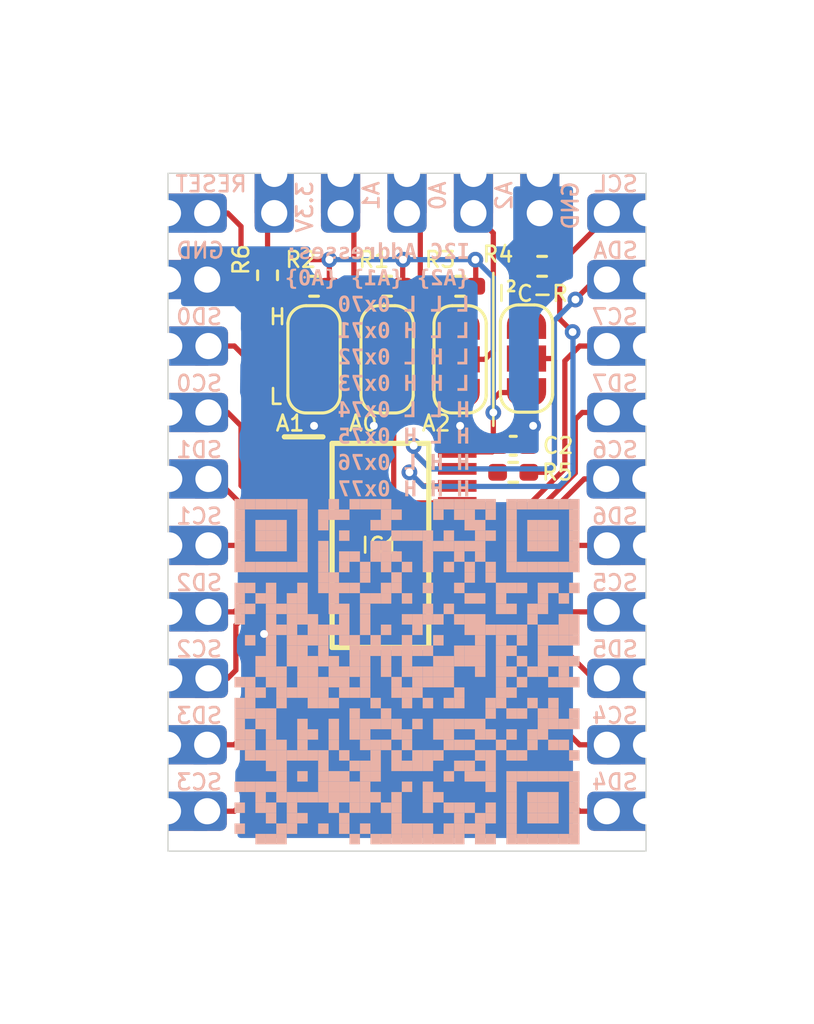
<source format=kicad_pcb>
(kicad_pcb (version 20240108) (generator "pcbnew") (generator_version "8.0")
  (layers (0 "F.Cu" signal) (31 "B.Cu" signal) (34 "B.Paste" user) (35 "F.Paste" user) (36 "B.SilkS" user "B.Silkscreen") (37 "F.SilkS" user "F.Silkscreen") (38 "B.Mask" user) (39 "F.Mask" user) (44 "Edge.Cuts" user))
  (net 0 "")
  (net 1 "/SC7")
  (net 2 "/SD6")
  (net 3 "/~{RESET}")
  (net 4 "/A1")
  (net 5 "/A0")
  (net 6 "/SD1")
  (net 7 "/SD5")
  (net 8 "/SC0")
  (net 9 "/SD4")
  (net 10 "/A2")
  (net 11 "/SD7")
  (net 12 "/SC2")
  (net 13 "/SC5")
  (net 14 "GNDD")
  (net 15 "/SD0")
  (net 16 "/SCL")
  (net 17 "/SD2")
  (net 18 "/SDA")
  (net 19 "/SC3")
  (net 20 "/SC4")
  (net 21 "/SD3")
  (net 22 "/SC6")
  (net 23 "/SC1")
  (net 24 "Net-(JP1-A)")
  (net 25 "Net-(JP2-B)")
  (net 26 "Net-(JP4-B)")
  (net 27 "+3.3V")
  (net 28 "Net-(JP3-B)")
  (net 29 "Net-(JP4-C)")
  (footprint "Castellated_Holes:Castellated_Hole02" (layer "F.Cu") (at 124.762 62.23)
    (property "Reference" "J6" (hide yes))
    (property "Value" "~" (hide yes))
    (pad "1" thru_hole rect (at 0 0) (size 1.5 1.5) (drill 1 (offset 0.75 0)) (property pad_prop_castellated) (layers "*.Cu" "*.Mask") (net 8 "/SC0"))
    (pad "1" thru_hole roundrect (at 1.5 0) (size 1.5 1.5) (drill 1) (property pad_prop_castellated) (layers "*.Cu" "*.Mask") (roundrect_rratio 0.1666666667) (net 8 "/SC0"))
  )
  (footprint "Resistor_SMD:R_0402_1005Metric_Pad0.72x0.64mm_HandSolder" (layer "F.Cu") (at 137.922 64.516)
    (property "Reference" "R5" (at 1.6885 0 0) (layer "F.SilkS") (effects (font (size 0.6 0.6) (thickness 0.1) (bold yes))))
    (property "Value" "10k" (hide yes))
    (pad "1" smd roundrect (at -0.5975 0) (size 0.715 0.64) (layers "F.Cu" "F.Paste" "F.Mask") (net 18 "/SDA"))
    (pad "2" smd roundrect (at 0.5975 0) (size 0.715 0.64) (layers "F.Cu" "F.Paste" "F.Mask") (net 29 "Net-(JP4-C)"))
  )
  (footprint "Castellated_Holes:Castellated_Hole02" (layer "F.Cu") (at 143.002 77.47 180)
    (property "Reference" "J19" (hide yes))
    (property "Value" "~" (hide yes))
    (pad "1" thru_hole rect (at 0 0 180) (size 1.5 1.5) (drill 1 (offset 0.75 0)) (property pad_prop_castellated) (layers "*.Cu" "*.Mask") (net 9 "/SD4"))
    (pad "1" thru_hole roundrect (at 1.5 0 180) (size 1.5 1.5) (drill 1) (property pad_prop_castellated) (layers "*.Cu" "*.Mask") (roundrect_rratio 0.1666666667) (net 9 "/SD4"))
  )
  (footprint "kikit:Tab" (layer "F.Cu") (at 141.732 52.812 -90)
    (property "Reference" "REF**" (hide yes))
    (property "Value" "Tab")
  )
  (footprint "Castellated_Holes:Castellated_Hole02" (layer "F.Cu") (at 138.938 53.11 -90)
    (property "Reference" "J2" (hide yes))
    (property "Value" "~" (hide yes))
    (pad "1" thru_hole rect (at 0 0 270) (size 1.5 1.5) (drill 1 (offset 0.75 0)) (property pad_prop_castellated) (layers "*.Cu" "*.Mask") (net 14 "GNDD"))
    (pad "1" thru_hole roundrect (at 1.5 0 270) (size 1.5 1.5) (drill 1) (property pad_prop_castellated) (layers "*.Cu" "*.Mask") (roundrect_rratio 0.1666666667) (net 14 "GNDD"))
  )
  (footprint "Castellated_Holes:Castellated_Hole02" (layer "F.Cu") (at 143.002 67.31 180)
    (property "Reference" "J15" (hide yes))
    (property "Value" "~" (hide yes))
    (pad "1" thru_hole rect (at 0 0 180) (size 1.5 1.5) (drill 1 (offset 0.75 0)) (property pad_prop_castellated) (layers "*.Cu" "*.Mask") (net 2 "/SD6"))
    (pad "1" thru_hole roundrect (at 1.5 0 180) (size 1.5 1.5) (drill 1) (property pad_prop_castellated) (layers "*.Cu" "*.Mask") (roundrect_rratio 0.1666666667) (net 2 "/SD6"))
  )
  (footprint "Castellated_Holes:Castellated_Hole02" (layer "F.Cu") (at 124.714 57.15)
    (property "Reference" "J26" (hide yes))
    (property "Value" "~" (hide yes))
    (pad "1" thru_hole rect (at 0 0) (size 1.5 1.5) (drill 1 (offset 0.75 0)) (property pad_prop_castellated) (layers "*.Cu" "*.Mask") (net 14 "GNDD"))
    (pad "1" thru_hole roundrect (at 1.5 0) (size 1.5 1.5) (drill 1) (property pad_prop_castellated) (layers "*.Cu" "*.Mask") (roundrect_rratio 0.1666666667) (net 14 "GNDD"))
  )
  (footprint "Castellated_Holes:Castellated_Hole02" (layer "F.Cu") (at 124.762 64.77)
    (property "Reference" "J7" (hide yes))
    (property "Value" "~" (hide yes))
    (pad "1" thru_hole rect (at 0 0) (size 1.5 1.5) (drill 1 (offset 0.75 0)) (property pad_prop_castellated) (layers "*.Cu" "*.Mask") (net 6 "/SD1"))
    (pad "1" thru_hole roundrect (at 1.5 0) (size 1.5 1.5) (drill 1) (property pad_prop_castellated) (layers "*.Cu" "*.Mask") (roundrect_rratio 0.1666666667) (net 6 "/SD1"))
  )
  (footprint "kikit:Tab" (layer "F.Cu") (at 125.984 79.268 90)
    (property "Reference" "REF**" (hide yes))
    (property "Value" "Tab")
  )
  (footprint "Castellated_Holes:Castellated_Hole02" (layer "F.Cu") (at 143.002 57.15 180)
    (property "Reference" "J3" (hide yes))
    (property "Value" "~" (hide yes))
    (pad "1" thru_hole rect (at 0 0 180) (size 1.5 1.5) (drill 1 (offset 0.75 0)) (property pad_prop_castellated) (layers "*.Cu" "*.Mask") (net 18 "/SDA"))
    (pad "1" thru_hole roundrect (at 1.5 0 180) (size 1.5 1.5) (drill 1) (property pad_prop_castellated) (layers "*.Cu" "*.Mask") (roundrect_rratio 0.1666666667) (net 18 "/SDA"))
  )
  (footprint "kikit:Tab" (layer "F.Cu") (at 125.984 52.812 -90)
    (property "Reference" "REF**" (hide yes))
    (property "Value" "Tab")
  )
  (footprint "Castellated_Holes:Castellated_Hole02" (layer "F.Cu") (at 124.762 59.69)
    (property "Reference" "J5" (hide yes))
    (property "Value" "~" (hide yes))
    (pad "1" thru_hole rect (at 0 0) (size 1.5 1.5) (drill 1 (offset 0.75 0)) (property pad_prop_castellated) (layers "*.Cu" "*.Mask") (net 15 "/SD0"))
    (pad "1" thru_hole roundrect (at 1.5 0) (size 1.5 1.5) (drill 1) (property pad_prop_castellated) (layers "*.Cu" "*.Mask") (roundrect_rratio 0.1666666667) (net 15 "/SD0"))
  )
  (footprint "Castellated_Holes:Castellated_Hole02" (layer "F.Cu") (at 131.318 53.11 -90)
    (property "Reference" "J23" (hide yes))
    (property "Value" "~" (hide yes))
    (pad "1" thru_hole rect (at 0 0 270) (size 1.5 1.5) (drill 1 (offset 0.75 0)) (property pad_prop_castellated) (layers "*.Cu" "*.Mask") (net 4 "/A1"))
    (pad "1" thru_hole roundrect (at 1.5 0 270) (size 1.5 1.5) (drill 1) (property pad_prop_castellated) (layers "*.Cu" "*.Mask") (roundrect_rratio 0.1666666667) (net 4 "/A1"))
  )
  (footprint "Resistor_SMD:R_0402_1005Metric_Pad0.72x0.64mm_HandSolder" (layer "F.Cu") (at 133.096 57.404)
    (property "Reference" "R1" (at -0.508 -1.016 0) (layer "F.SilkS") (effects (font (size 0.6 0.6) (thickness 0.1) (bold yes))))
    (property "Value" "10k" (hide yes))
    (pad "1" smd roundrect (at -0.5975 0) (size 0.715 0.64) (layers "F.Cu" "F.Paste" "F.Mask") (net 24 "Net-(JP1-A)"))
    (pad "2" smd roundrect (at 0.5975 0) (size 0.715 0.64) (layers "F.Cu" "F.Paste" "F.Mask") (net 27 "+3.3V"))
  )
  (footprint "Castellated_Holes:Castellated_Hole02" (layer "F.Cu") (at 124.762 69.85)
    (property "Reference" "J9" (hide yes))
    (property "Value" "~" (hide yes))
    (pad "1" thru_hole rect (at 0 0) (size 1.5 1.5) (drill 1 (offset 0.75 0)) (property pad_prop_castellated) (layers "*.Cu" "*.Mask") (net 17 "/SD2"))
    (pad "1" thru_hole roundrect (at 1.5 0) (size 1.5 1.5) (drill 1) (property pad_prop_castellated) (layers "*.Cu" "*.Mask") (roundrect_rratio 0.1666666667) (net 17 "/SD2"))
  )
  (footprint "Castellated_Holes:Castellated_Hole02" (layer "F.Cu") (at 128.778 53.11 -90)
    (property "Reference" "J1" (hide yes))
    (property "Value" "~" (hide yes))
    (pad "1" thru_hole rect (at 0 0 270) (size 1.5 1.5) (drill 1 (offset 0.75 0)) (property pad_prop_castellated) (layers "*.Cu" "*.Mask") (net 27 "+3.3V"))
    (pad "1" thru_hole roundrect (at 1.5 0 270) (size 1.5 1.5) (drill 1) (property pad_prop_castellated) (layers "*.Cu" "*.Mask") (roundrect_rratio 0.1666666667) (net 27 "+3.3V"))
  )
  (footprint "Resistor_SMD:R_0402_1005Metric_Pad0.72x0.64mm_HandSolder" (layer "F.Cu") (at 135.89 57.404)
    (property "Reference" "R3" (at -0.762 -1.016 0) (layer "F.SilkS") (effects (font (size 0.6 0.6) (thickness 0.1) (bold yes))))
    (property "Value" "10k" (hide yes))
    (pad "1" smd roundrect (at -0.5975 0) (size 0.715 0.64) (layers "F.Cu" "F.Paste" "F.Mask") (net 28 "Net-(JP3-B)"))
    (pad "2" smd roundrect (at 0.5975 0) (size 0.715 0.64) (layers "F.Cu" "F.Paste" "F.Mask") (net 27 "+3.3V"))
  )
  (footprint "library:SOP65P640X120-24N" (layer "F.Cu") (at 132.842 67.31)
    (property "Reference" "IC1" (at 0 0 0) (layer "F.SilkS") (effects (font (size 0.6 0.6) (thickness 0.1) (bold yes))))
    (property "Value" "TCA9548APWR" (hide yes))
    (pad "1" smd rect (at -2.938 -3.575 90) (size 0.45 1.475) (layers "F.Cu" "F.Paste" "F.Mask") (net 5 "/A0"))
    (pad "2" smd rect (at -2.938 -2.925 90) (size 0.45 1.475) (layers "F.Cu" "F.Paste" "F.Mask") (net 4 "/A1"))
    (pad "3" smd rect (at -2.938 -2.275 90) (size 0.45 1.475) (layers "F.Cu" "F.Paste" "F.Mask") (net 3 "/~{RESET}"))
    (pad "4" smd rect (at -2.938 -1.625 90) (size 0.45 1.475) (layers "F.Cu" "F.Paste" "F.Mask") (net 15 "/SD0"))
    (pad "5" smd rect (at -2.938 -0.975 90) (size 0.45 1.475) (layers "F.Cu" "F.Paste" "F.Mask") (net 8 "/SC0"))
    (pad "6" smd rect (at -2.938 -0.325 90) (size 0.45 1.475) (layers "F.Cu" "F.Paste" "F.Mask") (net 6 "/SD1"))
    (pad "7" smd rect (at -2.938 0.325 90) (size 0.45 1.475) (layers "F.Cu" "F.Paste" "F.Mask") (net 23 "/SC1"))
    (pad "8" smd rect (at -2.938 0.975 90) (size 0.45 1.475) (layers "F.Cu" "F.Paste" "F.Mask") (net 17 "/SD2"))
    (pad "9" smd rect (at -2.938 1.625 90) (size 0.45 1.475) (layers "F.Cu" "F.Paste" "F.Mask") (net 12 "/SC2"))
    (pad "10" smd rect (at -2.938 2.275 90) (size 0.45 1.475) (layers "F.Cu" "F.Paste" "F.Mask") (net 21 "/SD3"))
    (pad "11" smd rect (at -2.938 2.925 90) (size 0.45 1.475) (layers "F.Cu" "F.Paste" "F.Mask") (net 19 "/SC3"))
    (pad "12" smd rect (at -2.938 3.575 90) (size 0.45 1.475) (layers "F.Cu" "F.Paste" "F.Mask") (net 14 "GNDD"))
    (pad "13" smd rect (at 2.938 3.575 90) (size 0.45 1.475) (layers "F.Cu" "F.Paste" "F.Mask") (net 9 "/SD4"))
    (pad "14" smd rect (at 2.938 2.925 90) (size 0.45 1.475) (layers "F.Cu" "F.Paste" "F.Mask") (net 20 "/SC4"))
    (pad "15" smd rect (at 2.938 2.275 90) (size 0.45 1.475) (layers "F.Cu" "F.Paste" "F.Mask") (net 7 "/SD5"))
    (pad "16" smd rect (at 2.938 1.625 90) (size 0.45 1.475) (layers "F.Cu" "F.Paste" "F.Mask") (net 13 "/SC5"))
    (pad "17" smd rect (at 2.938 0.975 90) (size 0.45 1.475) (layers "F.Cu" "F.Paste" "F.Mask") (net 2 "/SD6"))
    (pad "18" smd rect (at 2.938 0.325 90) (size 0.45 1.475) (layers "F.Cu" "F.Paste" "F.Mask") (net 22 "/SC6"))
    (pad "19" smd rect (at 2.938 -0.325 90) (size 0.45 1.475) (layers "F.Cu" "F.Paste" "F.Mask") (net 11 "/SD7"))
    (pad "20" smd rect (at 2.938 -0.975 90) (size 0.45 1.475) (layers "F.Cu" "F.Paste" "F.Mask") (net 1 "/SC7"))
    (pad "21" smd rect (at 2.938 -1.625 90) (size 0.45 1.475) (layers "F.Cu" "F.Paste" "F.Mask") (net 10 "/A2"))
    (pad "22" smd rect (at 2.938 -2.275 90) (size 0.45 1.475) (layers "F.Cu" "F.Paste" "F.Mask") (net 16 "/SCL"))
    (pad "23" smd rect (at 2.938 -2.925 90) (size 0.45 1.475) (layers "F.Cu" "F.Paste" "F.Mask") (net 18 "/SDA"))
    (pad "24" smd rect (at 2.938 -3.575 90) (size 0.45 1.475) (layers "F.Cu" "F.Paste" "F.Mask") (net 27 "+3.3V"))
  )
  (footprint "Capacitor_SMD:C_0402_1005Metric_Pad0.74x0.62mm_HandSolder" (layer "F.Cu") (at 137.922 63.5)
    (property "Reference" "C2" (at 1.7185 0 0) (layer "F.SilkS") (effects (font (size 0.6 0.6) (thickness 0.1) (bold yes))))
    (property "Value" "0.1uF" (hide yes))
    (pad "1" smd roundrect (at -0.5675 0) (size 0.735 0.62) (layers "F.Cu" "F.Paste" "F.Mask") (net 27 "+3.3V"))
    (pad "2" smd roundrect (at 0.5675 0) (size 0.735 0.62) (layers "F.Cu" "F.Paste" "F.Mask") (net 14 "GNDD"))
  )
  (footprint "Castellated_Holes:Castellated_Hole02" (layer "F.Cu") (at 124.714 54.61)
    (property "Reference" "J21" (hide yes))
    (property "Value" "~" (hide yes))
    (pad "1" thru_hole rect (at 0 0) (size 1.5 1.5) (drill 1 (offset 0.75 0)) (property pad_prop_castellated) (layers "*.Cu" "*.Mask") (net 3 "/~{RESET}"))
    (pad "1" thru_hole roundrect (at 1.5 0) (size 1.5 1.5) (drill 1) (property pad_prop_castellated) (layers "*.Cu" "*.Mask") (roundrect_rratio 0.1666666667) (net 3 "/~{RESET}"))
  )
  (footprint "Castellated_Holes:Castellated_Hole02" (layer "F.Cu") (at 124.714 74.93)
    (property "Reference" "J11" (hide yes))
    (property "Value" "~" (hide yes))
    (pad "1" thru_hole rect (at 0 0) (size 1.5 1.5) (drill 1 (offset 0.75 0)) (property pad_prop_castellated) (layers "*.Cu" "*.Mask") (net 21 "/SD3"))
    (pad "1" thru_hole roundrect (at 1.5 0) (size 1.5 1.5) (drill 1) (property pad_prop_castellated) (layers "*.Cu" "*.Mask") (roundrect_rratio 0.1666666667) (net 21 "/SD3"))
  )
  (footprint "Jumper:SolderJumper-3_P1.3mm_Open_RoundedPad1.0x1.5mm" (layer "F.Cu") (at 135.89 60.198 90)
    (property "Reference" "JP3" (hide yes))
    (property "Value" "SolderJumper_3_Open" (hide yes))
    (pad "1" smd custom (at -1.3 0 90) (size 1 0.5) (layers "F.Cu" "F.Mask") (net 14 "GNDD") (options (clearance outline) (anchor rect)) (primitives (gr_circle (center 0 0.25) (end 0.5 0.25) (width 0) (fill yes)) (gr_circle (center 0 -0.25) (end 0.5 -0.25) (width 0) (fill yes)) (gr_poly (pts (xy 0.55 0.75) (xy 0 0.75) (xy 0 -0.75) (xy 0.55 -0.75)) (width 0) (fill yes))))
    (pad "2" smd rect (at 0 0 90) (size 1 1.5) (layers "F.Cu" "F.Mask") (net 10 "/A2"))
    (pad "3" smd custom (at 1.3 0 90) (size 1 0.5) (layers "F.Cu" "F.Mask") (net 28 "Net-(JP3-B)") (options (clearance outline) (anchor rect)) (primitives (gr_circle (center 0 0.25) (end 0.5 0.25) (width 0) (fill yes)) (gr_circle (center 0 -0.25) (end 0.5 -0.25) (width 0) (fill yes)) (gr_poly (pts (xy 0 0.75) (xy -0.55 0.75) (xy -0.55 -0.75) (xy 0 -0.75)) (width 0) (fill yes))))
  )
  (footprint "Resistor_SMD:R_0402_1005Metric_Pad0.72x0.64mm_HandSolder" (layer "F.Cu") (at 130.302 57.404)
    (property "Reference" "R2" (at -0.508 -1.016 0) (layer "F.SilkS") (effects (font (size 0.6 0.6) (thickness 0.1) (bold yes))))
    (property "Value" "10k" (hide yes))
    (pad "1" smd roundrect (at -0.5975 0) (size 0.715 0.64) (layers "F.Cu" "F.Paste" "F.Mask") (net 25 "Net-(JP2-B)"))
    (pad "2" smd roundrect (at 0.5975 0) (size 0.715 0.64) (layers "F.Cu" "F.Paste" "F.Mask") (net 27 "+3.3V"))
  )
  (footprint "Castellated_Holes:Castellated_Hole02" (layer "F.Cu") (at 124.762 72.39)
    (property "Reference" "J10" (hide yes))
    (property "Value" "~" (hide yes))
    (pad "1" thru_hole rect (at 0 0) (size 1.5 1.5) (drill 1 (offset 0.75 0)) (property pad_prop_castellated) (layers "*.Cu" "*.Mask") (net 12 "/SC2"))
    (pad "1" thru_hole roundrect (at 1.5 0) (size 1.5 1.5) (drill 1) (property pad_prop_castellated) (layers "*.Cu" "*.Mask") (roundrect_rratio 0.1666666667) (net 12 "/SC2"))
  )
  (footprint "Castellated_Holes:Castellated_Hole02" (layer "F.Cu") (at 143.002 74.93 180)
    (property "Reference" "J20" (hide yes))
    (property "Value" "~" (hide yes))
    (pad "1" thru_hole rect (at 0 0 180) (size 1.5 1.5) (drill 1 (offset 0.75 0)) (property pad_prop_castellated) (layers "*.Cu" "*.Mask") (net 20 "/SC4"))
    (pad "1" thru_hole roundrect (at 1.5 0 180) (size 1.5 1.5) (drill 1) (property pad_prop_castellated) (layers "*.Cu" "*.Mask") (roundrect_rratio 0.1666666667) (net 20 "/SC4"))
  )
  (footprint "kikit:Tab" (layer "F.Cu") (at 141.732 79.268 90)
    (property "Reference" "REF**" (hide yes))
    (property "Value" "Tab")
  )
  (footprint "Castellated_Holes:Castellated_Hole02" (layer "F.Cu") (at 124.762 67.31)
    (property "Reference" "J8" (hide yes))
    (property "Value" "~" (hide yes))
    (pad "1" thru_hole rect (at 0 0) (size 1.5 1.5) (drill 1 (offset 0.75 0)) (property pad_prop_castellated) (layers "*.Cu" "*.Mask") (net 23 "/SC1"))
    (pad "1" thru_hole roundrect (at 1.5 0) (size 1.5 1.5) (drill 1) (property pad_prop_castellated) (layers "*.Cu" "*.Mask") (roundrect_rratio 0.1666666667) (net 23 "/SC1"))
  )
  (footprint "Castellated_Holes:Castellated_Hole02" (layer "F.Cu") (at 143.002 62.23 180)
    (property "Reference" "J17" (hide yes))
    (property "Value" "~" (hide yes))
    (pad "1" thru_hole rect (at 0 0 180) (size 1.5 1.5) (drill 1 (offset 0.75 0)) (property pad_prop_castellated) (layers "*.Cu" "*.Mask") (net 11 "/SD7"))
    (pad "1" thru_hole roundrect (at 1.5 0 180) (size 1.5 1.5) (drill 1) (property pad_prop_castellated) (layers "*.Cu" "*.Mask") (roundrect_rratio 0.1666666667) (net 11 "/SD7"))
  )
  (footprint "Castellated_Holes:Castellated_Hole02" (layer "F.Cu") (at 143.002 72.39 180)
    (property "Reference" "J13" (hide yes))
    (property "Value" "~" (hide yes))
    (pad "1" thru_hole rect (at 0 0 180) (size 1.5 1.5) (drill 1 (offset 0.75 0)) (property pad_prop_castellated) (layers "*.Cu" "*.Mask") (net 7 "/SD5"))
    (pad "1" thru_hole roundrect (at 1.5 0 180) (size 1.5 1.5) (drill 1) (property pad_prop_castellated) (layers "*.Cu" "*.Mask") (roundrect_rratio 0.1666666667) (net 7 "/SD5"))
  )
  (footprint "Resistor_SMD:R_0402_1005Metric_Pad0.72x0.64mm_HandSolder" (layer "F.Cu") (at 128.524 56.9855 90)
    (property "Reference" "R6" (at 0.5975 -1.016 -90) (layer "F.SilkS") (effects (font (size 0.6 0.6) (thickness 0.1) (bold yes))))
    (property "Value" "10k" (hide yes))
    (pad "1" smd roundrect (at -0.5975 0 90) (size 0.715 0.64) (layers "F.Cu" "F.Paste" "F.Mask") (net 3 "/~{RESET}"))
    (pad "2" smd roundrect (at 0.5975 0 90) (size 0.715 0.64) (layers "F.Cu" "F.Paste" "F.Mask") (net 27 "+3.3V"))
  )
  (footprint "Jumper:SolderJumper-3_P1.3mm_Open_RoundedPad1.0x1.5mm" (layer "F.Cu") (at 133.096 60.198 -90)
    (property "Reference" "JP1" (hide yes))
    (property "Value" "SolderJumper_3_Open" (hide yes))
    (pad "1" smd custom (at -1.3 0 270) (size 1 0.5) (layers "F.Cu" "F.Mask") (net 24 "Net-(JP1-A)") (options (clearance outline) (anchor rect)) (primitives (gr_circle (center 0 0.25) (end 0.5 0.25) (width 0) (fill yes)) (gr_circle (center 0 -0.25) (end 0.5 -0.25) (width 0) (fill yes)) (gr_poly (pts (xy 0.55 0.75) (xy 0 0.75) (xy 0 -0.75) (xy 0.55 -0.75)) (width 0) (fill yes))))
    (pad "2" smd rect (at 0 0 270) (size 1 1.5) (layers "F.Cu" "F.Mask") (net 5 "/A0"))
    (pad "3" smd custom (at 1.3 0 270) (size 1 0.5) (layers "F.Cu" "F.Mask") (net 14 "GNDD") (options (clearance outline) (anchor rect)) (primitives (gr_circle (center 0 0.25) (end 0.5 0.25) (width 0) (fill yes)) (gr_circle (center 0 -0.25) (end 0.5 -0.25) (width 0) (fill yes)) (gr_poly (pts (xy 0 0.75) (xy -0.55 0.75) (xy -0.55 -0.75) (xy 0 -0.75)) (width 0) (fill yes))))
  )
  (footprint "Castellated_Holes:Castellated_Hole02" (layer "F.Cu") (at 143.002 59.69 180)
    (property "Reference" "J18" (hide yes))
    (property "Value" "~" (hide yes))
    (pad "1" thru_hole rect (at 0 0 180) (size 1.5 1.5) (drill 1 (offset 0.75 0)) (property pad_prop_castellated) (layers "*.Cu" "*.Mask") (net 1 "/SC7"))
    (pad "1" thru_hole roundrect (at 1.5 0 180) (size 1.5 1.5) (drill 1) (property pad_prop_castellated) (layers "*.Cu" "*.Mask") (roundrect_rratio 0.1666666667) (net 1 "/SC7"))
  )
  (footprint "Castellated_Holes:Castellated_Hole02" (layer "F.Cu") (at 136.398 53.11 -90)
    (property "Reference" "J24" (hide yes))
    (property "Value" "~" (hide yes))
    (pad "1" thru_hole rect (at 0 0 270) (size 1.5 1.5) (drill 1 (offset 0.75 0)) (property pad_prop_castellated) (layers "*.Cu" "*.Mask") (net 10 "/A2"))
    (pad "1" thru_hole roundrect (at 1.5 0 270) (size 1.5 1.5) (drill 1) (property pad_prop_castellated) (layers "*.Cu" "*.Mask") (roundrect_rratio 0.1666666667) (net 10 "/A2"))
  )
  (footprint "Jumper:SolderJumper-3_P1.3mm_Open_RoundedPad1.0x1.5mm" (layer "F.Cu") (at 138.43 60.168 90)
    (property "Reference" "JP4" (hide yes))
    (property "Value" "SolderJumper_3_Open" (hide yes))
    (pad "1" smd custom (at -1.3 0 90) (size 1 0.5) (layers "F.Cu" "F.Mask") (net 27 "+3.3V") (options (clearance outline) (anchor rect)) (primitives (gr_circle (center 0 0.25) (end 0.5 0.25) (width 0) (fill yes)) (gr_circle (center 0 -0.25) (end 0.5 -0.25) (width 0) (fill yes)) (gr_poly (pts (xy 0.55 0.75) (xy 0 0.75) (xy 0 -0.75) (xy 0.55 -0.75)) (width 0) (fill yes))))
    (pad "2" smd rect (at 0 0 90) (size 1 1.5) (layers "F.Cu" "F.Mask") (net 29 "Net-(JP4-C)"))
    (pad "3" smd custom (at 1.3 0 90) (size 1 0.5) (layers "F.Cu" "F.Mask") (net 26 "Net-(JP4-B)") (options (clearance outline) (anchor rect)) (primitives (gr_circle (center 0 0.25) (end 0.5 0.25) (width 0) (fill yes)) (gr_circle (center 0 -0.25) (end 0.5 -0.25) (width 0) (fill yes)) (gr_poly (pts (xy 0 0.75) (xy -0.55 0.75) (xy -0.55 -0.75) (xy 0 -0.75)) (width 0) (fill yes))))
  )
  (footprint "Jumper:SolderJumper-3_P1.3mm_Open_RoundedPad1.0x1.5mm" (layer "F.Cu") (at 130.302 60.198 90)
    (property "Reference" "JP2" (hide yes))
    (property "Value" "SolderJumper_3_Open" (hide yes))
    (pad "1" smd custom (at -1.3 0 90) (size 1 0.5) (layers "F.Cu" "F.Mask") (net 14 "GNDD") (options (clearance outline) (anchor rect)) (primitives (gr_circle (center 0 0.25) (end 0.5 0.25) (width 0) (fill yes)) (gr_circle (center 0 -0.25) (end 0.5 -0.25) (width 0) (fill yes)) (gr_poly (pts (xy 0.55 0.75) (xy 0 0.75) (xy 0 -0.75) (xy 0.55 -0.75)) (width 0) (fill yes))))
    (pad "2" smd rect (at 0 0 90) (size 1 1.5) (layers "F.Cu" "F.Mask") (net 4 "/A1"))
    (pad "3" smd custom (at 1.3 0 90) (size 1 0.5) (layers "F.Cu" "F.Mask") (net 25 "Net-(JP2-B)") (options (clearance outline) (anchor rect)) (primitives (gr_circle (center 0 0.25) (end 0.5 0.25) (width 0) (fill yes)) (gr_circle (center 0 -0.25) (end 0.5 -0.25) (width 0) (fill yes)) (gr_poly (pts (xy 0 0.75) (xy -0.55 0.75) (xy -0.55 -0.75) (xy 0 -0.75)) (width 0) (fill yes))))
  )
  (footprint "Castellated_Holes:Castellated_Hole02" (layer "F.Cu") (at 143.002 54.61 180)
    (property "Reference" "J4" (hide yes))
    (property "Value" "~" (hide yes))
    (pad "1" thru_hole rect (at 0 0 180) (size 1.5 1.5) (drill 1 (offset 0.75 0)) (property pad_prop_castellated) (layers "*.Cu" "*.Mask") (net 16 "/SCL"))
    (pad "1" thru_hole roundrect (at 1.5 0 180) (size 1.5 1.5) (drill 1) (property pad_prop_castellated) (layers "*.Cu" "*.Mask") (roundrect_rratio 0.1666666667) (net 16 "/SCL"))
  )
  (footprint "Castellated_Holes:Castellated_Hole02" (layer "F.Cu") (at 142.978 64.77 180)
    (property "Reference" "J16" (hide yes))
    (property "Value" "~" (hide yes))
    (pad "1" thru_hole rect (at 0 0 180) (size 1.5 1.5) (drill 1 (offset 0.75 0)) (property pad_prop_castellated) (layers "*.Cu" "*.Mask") (net 22 "/SC6"))
    (pad "1" thru_hole roundrect (at 1.5 0 180) (size 1.5 1.5) (drill 1) (property pad_prop_castellated) (layers "*.Cu" "*.Mask") (roundrect_rratio 0.1666666667) (net 22 "/SC6"))
  )
  (footprint "Resistor_SMD:R_0402_1005Metric_Pad0.72x0.64mm_HandSolder" (layer "F.Cu") (at 139.0275 56.642 180)
    (property "Reference" "R4" (at 1.6897 0.4572 180) (layer "F.SilkS") (effects (font (size 0.6 0.6) (thickness 0.1) (bold yes))))
    (property "Value" "10k" (hide yes))
    (pad "1" smd roundrect (at -0.5975 0 180) (size 0.715 0.64) (layers "F.Cu" "F.Paste" "F.Mask") (net 16 "/SCL"))
    (pad "2" smd roundrect (at 0.5975 0 180) (size 0.715 0.64) (layers "F.Cu" "F.Paste" "F.Mask") (net 26 "Net-(JP4-B)"))
  )
  (footprint "Castellated_Holes:Castellated_Hole02" (layer "F.Cu") (at 143.002 69.85 180)
    (property "Reference" "J14" (hide yes))
    (property "Value" "~" (hide yes))
    (pad "1" thru_hole rect (at 0 0 180) (size 1.5 1.5) (drill 1 (offset 0.75 0)) (property pad_prop_castellated) (layers "*.Cu" "*.Mask") (net 13 "/SC5"))
    (pad "1" thru_hole roundrect (at 1.5 0 180) (size 1.5 1.5) (drill 1) (property pad_prop_castellated) (layers "*.Cu" "*.Mask") (roundrect_rratio 0.1666666667) (net 13 "/SC5"))
  )
  (footprint "Castellated_Holes:Castellated_Hole02" (layer "F.Cu") (at 133.858 53.11 -90)
    (property "Reference" "J22" (hide yes))
    (property "Value" "~" (hide yes))
    (pad "1" thru_hole rect (at 0 0 270) (size 1.5 1.5) (drill 1 (offset 0.75 0)) (property pad_prop_castellated) (layers "*.Cu" "*.Mask") (net 5 "/A0"))
    (pad "1" thru_hole roundrect (at 1.5 0 270) (size 1.5 1.5) (drill 1) (property pad_prop_castellated) (layers "*.Cu" "*.Mask") (roundrect_rratio 0.1666666667) (net 5 "/A0"))
  )
  (footprint "Castellated_Holes:Castellated_Hole02" (layer "F.Cu") (at 124.714 77.47)
    (property "Reference" "J12" (hide yes))
    (property "Value" "~" (hide yes))
    (pad "1" thru_hole rect (at 0 0) (size 1.5 1.5) (drill 1 (offset 0.75 0)) (property pad_prop_castellated) (layers "*.Cu" "*.Mask") (net 19 "/SC3"))
    (pad "1" thru_hole roundrect (at 1.5 0) (size 1.5 1.5) (drill 1) (property pad_prop_castellated) (layers "*.Cu" "*.Mask") (roundrect_rratio 0.1666666667) (net 19 "/SC3"))
  )
  (footprint "https://github.com/fanningert/kicad_pcb_i2cmultiplexer" (layer "B.Cu") (at 133.858 72.136 180)
    (property "Reference" "QR*****" (hide yes))
    (property "Value" "https://github.com/fanningert/kicad_pcb_i2cmultiplexer" (hide yes))
  )
  (gr_line (start 137.16 56.896) (end 137.16 62.738) (stroke (width 0.1)) (layer "F.SilkS"))
  (gr_line (start 143.002 78.994) (end 124.714 78.994) (stroke (width 0.05)) (layer "Edge.Cuts"))
  (gr_line (start 124.714 78.994) (end 124.714 53.086) (stroke (width 0.05)) (layer "Edge.Cuts"))
  (gr_line (start 143.002 53.086) (end 143.002 78.994) (stroke (width 0.05)) (layer "Edge.Cuts"))
  (gr_line (start 124.714 53.086) (end 143.002 53.086) (stroke (width 0.05)) (layer "Edge.Cuts"))
  (gr_text "SD2" (at 124.968 69.088 0) (layer "B.SilkS") (effects (font (size 0.6 0.6) (thickness 0.1) (bold yes)) (justify right bottom mirror)))
  (gr_text "SC0" (at 124.968 61.468 0) (layer "B.SilkS") (effects (font (size 0.6 0.6) (thickness 0.1) (bold yes)) (justify right bottom mirror)))
  (gr_text "3.3V" (at 130.302 53.34 90) (layer "B.SilkS") (effects (font (size 0.6 0.6) (thickness 0.1) (bold yes)) (justify left bottom mirror)))
  (gr_text "SC2" (at 124.968 71.628 0) (layer "B.SilkS") (effects (font (size 0.6 0.6) (thickness 0.1) (bold yes)) (justify right bottom mirror)))
  (gr_text "SC1" (at 124.968 66.548 0) (layer "B.SilkS") (effects (font (size 0.6 0.6) (thickness 0.1) (bold yes)) (justify right bottom mirror)))
  (gr_text "GND" (at 140.462 53.34 90) (layer "B.SilkS") (effects (font (size 0.6 0.6) (thickness 0.1) (bold yes)) (justify left bottom mirror)))
  (gr_text "SC3" (at 124.968 76.708 0) (layer "B.SilkS") (effects (font (size 0.6 0.6) (thickness 0.1) (bold yes)) (justify right bottom mirror)))
  (gr_text "SD5" (at 142.748 71.628 0) (layer "B.SilkS") (effects (font (size 0.6 0.6) (thickness 0.1) (bold yes)) (justify left bottom mirror)))
  (gr_text "SD3" (at 124.968 74.168 0) (layer "B.SilkS") (effects (font (size 0.6 0.6) (thickness 0.1) (bold yes)) (justify right bottom mirror)))
  (gr_text "SD1" (at 124.968 64.008 0) (layer "B.SilkS") (effects (font (size 0.6 0.6) (thickness 0.1) (bold yes)) (justify right bottom mirror)))
  (gr_text "RESET" (at 124.944 53.848 0) (layer "B.SilkS") (effects (font (size 0.6 0.6) (thickness 0.1) (bold yes)) (justify right bottom mirror)))
  (gr_text "SD0" (at 124.968 58.928 0) (layer "B.SilkS") (effects (font (size 0.6 0.6) (thickness 0.1) (bold yes)) (justify right bottom mirror)))
  (gr_text "SD6" (at 142.748 66.548 0) (layer "B.SilkS") (effects (font (size 0.6 0.6) (thickness 0.1) (bold yes)) (justify left bottom mirror)))
  (gr_text "SC6" (at 142.748 64.008 0) (layer "B.SilkS") (effects (font (size 0.6 0.6) (thickness 0.1) (bold yes)) (justify left bottom mirror)))
  (gr_text "SD4" (at 142.748 76.708 0) (layer "B.SilkS") (effects (font (size 0.6 0.6) (thickness 0.1) (bold yes)) (justify left bottom mirror)))
  (gr_text "A2" (at 137.922 53.34 90) (layer "B.SilkS") (effects (font (size 0.6 0.6) (thickness 0.1) (bold yes)) (justify left bottom mirror)))
  (gr_text "A1" (at 132.842 53.34 90) (layer "B.SilkS") (effects (font (size 0.6 0.6) (thickness 0.1) (bold yes)) (justify left bottom mirror)))
  (gr_text "SDA" (at 142.748 56.388 0) (layer "B.SilkS") (effects (font (size 0.6 0.6) (thickness 0.1) (bold yes)) (justify left bottom mirror)))
  (gr_text "I2C Addresses: \n{A2} {A1} {A0}\nL L L 0x70\nL L H 0x71\nL H L 0x72\nL H H 0x73\nH L L 0x74\nH L H 0x75\nH H L 0x76\nH H H 0x77" (at 136.258 65.536 0) (layer "B.SilkS") (effects (font (size 0.6 0.6) (thickness 0.1) (bold yes)) (justify left bottom mirror)))
  (gr_text "SC7" (at 142.748 58.928 0) (layer "B.SilkS") (effects (font (size 0.6 0.6) (thickness 0.1) (bold yes)) (justify left bottom mirror)))
  (gr_text "SD7" (at 142.748 61.468 0) (layer "B.SilkS") (effects (font (size 0.6 0.6) (thickness 0.1) (bold yes)) (justify left bottom mirror)))
  (gr_text "A0" (at 135.382 53.34 90) (layer "B.SilkS") (effects (font (size 0.6 0.6) (thickness 0.1) (bold yes)) (justify left bottom mirror)))
  (gr_text "SCL" (at 142.748 53.848 0) (layer "B.SilkS") (effects (font (size 0.6 0.6) (thickness 0.1) (bold yes)) (justify left bottom mirror)))
  (gr_text "SC5" (at 142.748 69.088 0) (layer "B.SilkS") (effects (font (size 0.6 0.6) (thickness 0.1) (bold yes)) (justify left bottom mirror)))
  (gr_text "GND" (at 124.968 56.388 0) (layer "B.SilkS") (effects (font (size 0.6 0.6) (thickness 0.1) (bold yes)) (justify right bottom mirror)))
  (gr_text "SC4" (at 142.748 74.168 0) (layer "B.SilkS") (effects (font (size 0.6 0.6) (thickness 0.1) (bold yes)) (justify left bottom mirror)))
  (gr_text "A1" (at 128.778 62.992 0) (layer "F.SilkS") (effects (font (size 0.6 0.6) (thickness 0.1) (bold yes)) (justify left bottom)))
  (gr_text "H" (at 128.524 58.928 0) (layer "F.SilkS") (effects (font (size 0.6 0.6) (thickness 0.1) (bold yes)) (justify left bottom)))
  (gr_text "L" (at 128.524 61.976 0) (layer "F.SilkS") (effects (font (size 0.6 0.6) (thickness 0.1) (bold yes)) (justify left bottom)))
  (gr_text "A0" (at 131.572 62.992 0) (layer "F.SilkS") (effects (font (size 0.6 0.6) (thickness 0.1) (bold yes)) (justify left bottom)))
  (gr_text "A2" (at 134.366 62.992 0) (layer "F.SilkS") (effects (font (size 0.6 0.6) (thickness 0.1) (bold yes)) (justify left bottom)))
  (gr_text "I²C-R" (at 137.2616 58.039 0) (layer "F.SilkS") (effects (font (size 0.6 0.6) (thickness 0.1) (bold yes)) (justify left bottom)))
  (segment (start 139.8968 60.2552) (end 140.462 59.69) (width 0.2) (layer "F.Cu") (net 1))
  (segment (start 140.462 59.69) (end 141.502 59.69) (width 0.2) (layer "F.Cu") (net 1))
  (segment (start 139.8968 64.376886) (end 139.8968 60.2552) (width 0.2) (layer "F.Cu") (net 1))
  (segment (start 137.938686 66.335) (end 139.8968 64.376886) (width 0.2) (layer "F.Cu") (net 1))
  (segment (start 135.78 66.335) (end 137.938686 66.335) (width 0.2) (layer "F.Cu") (net 1))
  (segment (start 137.685744 68.285) (end 138.660744 67.31) (width 0.2) (layer "F.Cu") (net 2))
  (segment (start 138.660744 67.31) (end 141.502 67.31) (width 0.2) (layer "F.Cu") (net 2))
  (segment (start 135.78 68.285) (end 137.685744 68.285) (width 0.2) (layer "F.Cu") (net 2))
  (segment (start 129.904 65.035) (end 128.846686 65.035) (width 0.2) (layer "F.Cu") (net 3))
  (segment (start 128.308 57.799) (end 128.524 57.583) (width 0.2) (layer "F.Cu") (net 3))
  (segment (start 127.508 57.15) (end 127.508 55.118) (width 0.2) (layer "F.Cu") (net 3))
  (segment (start 127.941 57.583) (end 127.508 57.15) (width 0.2) (layer "F.Cu") (net 3))
  (segment (start 127 54.61) (end 126.214 54.61) (width 0.2) (layer "F.Cu") (net 3))
  (segment (start 128.308 64.496314) (end 128.308 57.799) (width 0.2) (layer "F.Cu") (net 3))
  (segment (start 128.524 57.583) (end 127.941 57.583) (width 0.2) (layer "F.Cu") (net 3))
  (segment (start 128.846686 65.035) (end 128.308 64.496314) (width 0.2) (layer "F.Cu") (net 3))
  (segment (start 127.508 55.118) (end 127 54.61) (width 0.2) (layer "F.Cu") (net 3))
  (segment (start 128.778 64.21675) (end 128.778 60.706) (width 0.2) (layer "F.Cu") (net 4))
  (segment (start 131.064 54.864) (end 131.318 54.61) (width 0.2) (layer "F.Cu") (net 4))
  (segment (start 129.286 60.198) (end 130.302 60.198) (width 0.2) (layer "F.Cu") (net 4))
  (segment (start 130.302 60.198) (end 131.252 60.198) (width 0.2) (layer "F.Cu") (net 4))
  (segment (start 128.778 60.706) (end 129.286 60.198) (width 0.2) (layer "F.Cu") (net 4))
  (segment (start 131.252 60.198) (end 131.826 59.624) (width 0.2) (layer "F.Cu") (net 4))
  (segment (start 129.904 64.385) (end 128.94625 64.385) (width 0.2) (layer "F.Cu") (net 4))
  (segment (start 131.826 59.624) (end 131.826 55.118) (width 0.2) (layer "F.Cu") (net 4))
  (segment (start 130.302 60.198) (end 129.352 60.198) (width 0.2) (layer "F.Cu") (net 4))
  (segment (start 128.94625 64.385) (end 128.778 64.21675) (width 0.2) (layer "F.Cu") (net 4))
  (segment (start 131.826 55.118) (end 131.318 54.61) (width 0.2) (layer "F.Cu") (net 4))
  (segment (start 129.904 63.735) (end 131.337 63.735) (width 0.2) (layer "F.Cu") (net 5))
  (segment (start 134.366 55.118) (end 133.858 54.61) (width 0.2) (layer "F.Cu") (net 5))
  (segment (start 132.146 60.198) (end 133.096 60.198) (width 0.2) (layer "F.Cu") (net 5))
  (segment (start 131.826 63.246) (end 131.826 60.518) (width 0.2) (layer "F.Cu") (net 5))
  (segment (start 134.366 59.878) (end 134.366 55.118) (width 0.2) (layer "F.Cu") (net 5))
  (segment (start 131.826 60.518) (end 132.146 60.198) (width 0.2) (layer "F.Cu") (net 5))
  (segment (start 133.096 60.198) (end 134.046 60.198) (width 0.2) (layer "F.Cu") (net 5))
  (segment (start 131.337 63.735) (end 131.826 63.246) (width 0.2) (layer "F.Cu") (net 5))
  (segment (start 134.046 60.198) (end 134.366 59.878) (width 0.2) (layer "F.Cu") (net 5))
  (segment (start 128.764686 66.985) (end 126.549686 64.77) (width 0.2) (layer "F.Cu") (net 6))
  (segment (start 126.549686 64.77) (end 126.262 64.77) (width 0.2) (layer "F.Cu") (net 6))
  (segment (start 129.904 66.985) (end 128.764686 66.985) (width 0.2) (layer "F.Cu") (net 6))
  (segment (start 138.165 69.585) (end 140.97 72.39) (width 0.2) (layer "F.Cu") (net 7))
  (segment (start 140.97 72.39) (end 141.502 72.39) (width 0.2) (layer "F.Cu") (net 7))
  (segment (start 135.78 69.585) (end 138.165 69.585) (width 0.2) (layer "F.Cu") (net 7))
  (segment (start 127.508 62.738) (end 127 62.23) (width 0.2) (layer "F.Cu") (net 8))
  (segment (start 128.819 66.335) (end 127.508 65.024) (width 0.2) (layer "F.Cu") (net 8))
  (segment (start 129.904 66.335) (end 128.819 66.335) (width 0.2) (layer "F.Cu") (net 8))
  (segment (start 127 62.23) (end 126.262 62.23) (width 0.2) (layer "F.Cu") (net 8))
  (segment (start 127.508 65.024) (end 127.508 62.738) (width 0.2) (layer "F.Cu") (net 8))
  (segment (start 141.502 77.47) (end 140.462 77.47) (width 0.2) (layer "F.Cu") (net 9))
  (segment (start 140.462 77.47) (end 135.78 72.788) (width 0.2) (layer "F.Cu") (net 9))
  (segment (start 135.78 72.788) (end 135.78 70.885) (width 0.2) (layer "F.Cu") (net 9))
  (segment (start 134.874 60.198) (end 135.89 60.198) (width 0.2) (layer "F.Cu") (net 10))
  (segment (start 135.78 65.685) (end 133.757 65.685) (width 0.2) (layer "F.Cu") (net 10))
  (segment (start 134.151 60.921) (end 134.874 60.198) (width 0.2) (layer "F.Cu") (net 10))
  (segment (start 135.89 60.198) (end 136.84 60.198) (width 0.2) (layer "F.Cu") (net 10))
  (segment (start 133.35 62.637877) (end 134.151 61.836877) (width 0.2) (layer "F.Cu") (net 10))
  (segment (start 136.84 60.198) (end 137.16 59.878) (width 0.2) (layer "F.Cu") (net 10))
  (segment (start 133.35 65.278) (end 133.35 62.637877) (width 0.2) (layer "F.Cu") (net 10))
  (segment (start 133.757 65.685) (end 133.35 65.278) (width 0.2) (layer "F.Cu") (net 10))
  (segment (start 134.151 61.836877) (end 134.151 60.921) (width 0.2) (layer "F.Cu") (net 10))
  (segment (start 137.16 59.878) (end 137.16 55.372) (width 0.2) (layer "F.Cu") (net 10))
  (segment (start 137.16 55.372) (end 136.398 54.61) (width 0.2) (layer "F.Cu") (net 10))
  (segment (start 135.89 60.198) (end 134.94 60.198) (width 0.2) (layer "F.Cu") (net 10))
  (segment (start 140.2968 62.4968) (end 140.5636 62.23) (width 0.2) (layer "F.Cu") (net 11))
  (segment (start 140.2968 64.542572) (end 140.2968 62.4968) (width 0.2) (layer "F.Cu") (net 11))
  (segment (start 140.5636 62.23) (end 141.502 62.23) (width 0.2) (layer "F.Cu") (net 11))
  (segment (start 136.034 66.985) (end 137.854372 66.985) (width 0.2) (layer "F.Cu") (net 11))
  (segment (start 137.854372 66.985) (end 140.2968 64.542572) (width 0.2) (layer "F.Cu") (net 11))
  (segment (start 127.312 72.078) (end 127 72.39) (width 0.2) (layer "F.Cu") (net 12))
  (segment (start 128.734686 68.935) (end 127.312 70.357686) (width 0.2) (layer "F.Cu") (net 12))
  (segment (start 127.312 70.357686) (end 127.312 72.078) (width 0.2) (layer "F.Cu") (net 12))
  (segment (start 127 72.39) (end 126.262 72.39) (width 0.2) (layer "F.Cu") (net 12))
  (segment (start 129.904 68.935) (end 128.734686 68.935) (width 0.2) (layer "F.Cu") (net 12))
  (segment (start 138.080686 68.935) (end 138.995686 69.85) (width 0.2) (layer "F.Cu") (net 13))
  (segment (start 135.78 68.935) (end 138.080686 68.935) (width 0.2) (layer "F.Cu") (net 13))
  (segment (start 138.995686 69.85) (end 141.502 69.85) (width 0.2) (layer "F.Cu") (net 13))
  (segment (start 130.302 61.498) (end 130.302 62.738) (width 0.2) (layer "F.Cu") (net 14))
  (segment (start 128.580049 70.885) (end 129.904 70.885) (width 0.2) (layer "F.Cu") (net 14))
  (segment (start 133.096 61.498) (end 133.096 62.23) (width 0.2) (layer "F.Cu") (net 14))
  (segment (start 128.389475 70.694426) (end 128.580049 70.885) (width 0.2) (layer "F.Cu") (net 14))
  (segment (start 133.096 62.23) (end 132.588 62.738) (width 0.2) (layer "F.Cu") (net 14))
  (segment (start 135.89 62.738) (end 135.89 61.498) (width 0.2) (layer "F.Cu") (net 14))
  (segment (start 138.684 63.3055) (end 138.4895 63.5) (width 0.2) (layer "F.Cu") (net 14))
  (segment (start 138.684 62.738) (end 138.684 63.3055) (width 0.2) (layer "F.Cu") (net 14))
  (via (at 132.588 62.738) (size 0.6) (drill 0.3) (layers "F.Cu" "B.Cu") (net 14))
  (via (at 135.89 62.738) (size 0.6) (drill 0.3) (layers "F.Cu" "B.Cu") (net 14))
  (via (at 138.684 62.738) (size 0.6) (drill 0.3) (layers "F.Cu" "B.Cu") (net 14))
  (via (at 130.302 62.738) (size 0.6) (drill 0.3) (layers "F.Cu" "B.Cu") (net 14))
  (via (at 128.389475 70.694426) (size 0.6) (drill 0.3) (layers "F.Cu" "B.Cu") (net 14))
  (segment (start 127.254 59.69) (end 127.908 60.344) (width 0.2) (layer "F.Cu") (net 15))
  (segment (start 126.262 59.69) (end 127.254 59.69) (width 0.2) (layer "F.Cu") (net 15))
  (segment (start 128.931 65.685) (end 129.904 65.685) (width 0.2) (layer "F.Cu") (net 15))
  (segment (start 127.908 64.662) (end 128.931 65.685) (width 0.2) (layer "F.Cu") (net 15))
  (segment (start 127.908 60.344) (end 127.908 64.662) (width 0.2) (layer "F.Cu") (net 15))
  (segment (start 141.502 54.765) (end 141.502 54.61) (width 0.2) (layer "F.Cu") (net 16))
  (segment (start 134.469 65.035) (end 135.78 65.035) (width 0.2) (layer "F.Cu") (net 16))
  (segment (start 140.193672 59.153343) (end 139.7 58.659671) (width 0.2) (layer "F.Cu") (net 16))
  (segment (start 139.7 56.717) (end 139.625 56.642) (width 0.2) (layer "F.Cu") (net 16))
  (segment (start 139.7 58.659671) (end 139.7 56.717) (width 0.2) (layer "F.Cu") (net 16))
  (segment (start 139.625 56.642) (end 141.502 54.765) (width 0.2) (layer "F.Cu") (net 16))
  (segment (start 133.95 64.516) (end 134.469 65.035) (width 0.2) (layer "F.Cu") (net 16))
  (via (at 133.95 64.516) (size 0.6) (drill 0.3) (layers "F.Cu" "B.Cu") (net 16))
  (via (at 140.193672 59.153343) (size 0.6) (drill 0.3) (layers "F.Cu" "B.Cu") (net 16))
  (segment (start 140.193672 59.153343) (end 140.208 59.167671) (width 0.2) (layer "B.Cu") (net 16))
  (segment (start 139.668555 65.055445) (end 134.489445 65.055445) (width 0.2) (layer "B.Cu") (net 16))
  (segment (start 134.489445 65.055445) (end 133.95 64.516) (width 0.2) (layer "B.Cu") (net 16))
  (segment (start 140.208 64.516) (end 139.668555 65.055445) (width 0.2) (layer "B.Cu") (net 16))
  (segment (start 140.208 59.167671) (end 140.208 64.516) (width 0.2) (layer "B.Cu") (net 16))
  (segment (start 129.904 68.285) (end 128.819 68.285) (width 0.2) (layer "F.Cu") (net 17))
  (segment (start 127.254 69.85) (end 126.262 69.85) (width 0.2) (layer "F.Cu") (net 17))
  (segment (start 128.819 68.285) (end 127.254 69.85) (width 0.2) (layer "F.Cu") (net 17))
  (segment (start 134.112 63.5) (end 134.112 63.754) (width 0.2) (layer "F.Cu") (net 18))
  (segment (start 137.1935 64.385) (end 137.3245 64.516) (width 0.2) (layer "F.Cu") (net 18))
  (segment (start 134.112 63.754) (end 134.743 64.385) (width 0.2) (layer "F.Cu") (net 18))
  (segment (start 134.743 64.385) (end 135.78 64.385) (width 0.2) (layer "F.Cu") (net 18))
  (segment (start 141.062 57.15) (end 141.502 57.15) (width 0.2) (layer "F.Cu") (net 18))
  (segment (start 140.3 57.912) (end 141.062 57.15) (width 0.2) (layer "F.Cu") (net 18))
  (segment (start 135.78 64.385) (end 137.1935 64.385) (width 0.2) (layer "F.Cu") (net 18))
  (via (at 134.112 63.5) (size 0.6) (drill 0.3) (layers "F.Cu" "B.Cu") (net 18))
  (via (at 140.3 57.912) (size 0.6) (drill 0.3) (layers "F.Cu" "B.Cu") (net 18))
  (segment (start 139.323 64.385) (end 134.743 64.385) (width 0.2) (layer "B.Cu") (net 18))
  (segment (start 139.4968 64.2112) (end 139.323 64.385) (width 0.2) (layer "B.Cu") (net 18))
  (segment (start 134.112 63.754) (end 134.112 63.5) (width 0.2) (layer "B.Cu") (net 18))
  (segment (start 140.3 57.912) (end 139.4968 58.7152) (width 0.2) (layer "B.Cu") (net 18))
  (segment (start 134.743 64.385) (end 134.112 63.754) (width 0.2) (layer "B.Cu") (net 18))
  (segment (start 139.4968 58.7152) (end 139.4968 64.2112) (width 0.2) (layer "B.Cu") (net 18))
  (segment (start 130.9415 73.7825) (end 127.254 77.47) (width 0.2) (layer "F.Cu") (net 19))
  (segment (start 130.9415 70.36) (end 130.9415 73.7825) (width 0.2) (layer "F.Cu") (net 19))
  (segment (start 129.904 70.235) (end 130.8165 70.235) (width 0.2) (layer "F.Cu") (net 19))
  (segment (start 130.8165 70.235) (end 130.9415 70.36) (width 0.2) (layer "F.Cu") (net 19))
  (segment (start 127.254 77.47) (end 126.214 77.47) (width 0.2) (layer "F.Cu") (net 19))
  (segment (start 141.502 74.93) (end 140.462 74.93) (width 0.2) (layer "F.Cu") (net 20))
  (segment (start 136.9465 70.235) (end 135.78 70.235) (width 0.2) (layer "F.Cu") (net 20))
  (segment (start 137.16 70.4485) (end 136.9465 70.235) (width 0.2) (layer "F.Cu") (net 20))
  (segment (start 140.462 74.93) (end 137.16 71.628) (width 0.2) (layer "F.Cu") (net 20))
  (segment (start 137.16 71.628) (end 137.16 70.4485) (width 0.2) (layer "F.Cu") (net 20))
  (segment (start 129.904 69.585) (end 128.650372 69.585) (width 0.2) (layer "F.Cu") (net 21))
  (segment (start 128.650372 69.585) (end 127.762 70.473372) (width 0.2) (layer "F.Cu") (net 21))
  (segment (start 127.762 70.473372) (end 127.762 74.422) (width 0.2) (layer "F.Cu") (net 21))
  (segment (start 127.762 74.422) (end 127.254 74.93) (width 0.2) (layer "F.Cu") (net 21))
  (segment (start 127.254 74.93) (end 126.214 74.93) (width 0.2) (layer "F.Cu") (net 21))
  (segment (start 137.770058 67.635) (end 140.635058 64.77) (width 0.2) (layer "F.Cu") (net 22))
  (segment (start 135.78 67.635) (end 137.770058 67.635) (width 0.2) (layer "F.Cu") (net 22))
  (segment (start 140.635058 64.77) (end 141.478 64.77) (width 0.2) (layer "F.Cu") (net 22))
  (segment (start 129.904 67.635) (end 128.849 67.635) (width 0.2) (layer "F.Cu") (net 23))
  (segment (start 128.524 67.31) (end 126.262 67.31) (width 0.2) (layer "F.Cu") (net 23))
  (segment (start 125.375 66.903) (end 124.968 67.31) (width 0.2) (layer "F.Cu") (net 23))
  (segment (start 128.849 67.635) (end 128.524 67.31) (width 0.2) (layer "F.Cu") (net 23))
  (segment (start 132.4985 58.3005) (end 133.096 58.898) (width 0.2) (layer "F.Cu") (net 24))
  (segment (start 132.4985 57.404) (end 132.4985 58.3005) (width 0.2) (layer "F.Cu") (net 24))
  (segment (start 129.7045 58.3005) (end 130.302 58.898) (width 0.2) (layer "F.Cu") (net 25))
  (segment (start 129.7045 57.404) (end 129.7045 58.3005) (width 0.2) (layer "F.Cu") (net 25))
  (segment (start 138.43 56.642) (end 138.43 58.868) (width 0.2) (layer "F.Cu") (net 26))
  (segment (start 136.4875 56.4013) (end 136.4875 57.404) (width 0.2) (layer "F.Cu") (net 27))
  (segment (start 130.8862 56.388) (end 130.8862 57.3907) (width 0.2) (layer "F.Cu") (net 27))
  (segment (start 133.6935 56.4001) (end 133.6935 57.404) (width 0.2) (layer "F.Cu") (net 27))
  (segment (start 135.78 63.735) (end 137.1195 63.735) (width 0.2) (layer "F.Cu") (net 27))
  (segment (start 137.16 61.722) (end 137.414 61.468) (width 0.2) (layer "F.Cu") (net 27))
  (segment (start 137.414 61.468) (end 138.43 61.468) (width 0.2) (layer "F.Cu") (net 27))
  (segment (start 137.1195 63.735) (end 137.3545 63.5) (width 0.2) (layer "F.Cu") (net 27))
  (segment (start 128.524 56.388) (end 128.524 54.864) (width 0.2) (layer "F.Cu") (net 27))
  (segment (start 137.16 62.23) (end 137.16 61.722) (width 0.2) (layer "F.Cu") (net 27))
  (segment (start 130.8862 57.3907) (end 130.8995 57.404) (width 0.2) (layer "F.Cu") (net 27))
  (segment (start 136.4742 56.388) (end 136.4875 56.4013) (width 0.2) (layer "F.Cu") (net 27))
  (segment (start 133.7056 56.388) (end 133.6935 56.4001) (width 0.2) (layer "F.Cu") (net 27))
  (segment (start 137.16 63.3055) (end 137.3545 63.5) (width 0.2) (layer "F.Cu") (net 27))
  (segment (start 128.524 54.864) (end 128.778 54.61) (width 0.2) (layer "F.Cu") (net 27))
  (segment (start 137.16 62.23) (end 137.16 63.3055) (width 0.2) (layer "F.Cu") (net 27))
  (segment (start 130.8862 56.388) (end 128.524 56.388) (width 0.2) (layer "F.Cu") (net 27))
  (via (at 137.16 62.23) (size 0.6) (drill 0.3) (layers "F.Cu" "B.Cu") (net 27))
  (via (at 130.8862 56.388) (size 0.6) (drill 0.3) (layers "F.Cu" "B.Cu") (net 27))
  (via (at 136.4742 56.388) (size 0.6) (drill 0.3) (layers "F.Cu" "B.Cu") (net 27))
  (via (at 133.7056 56.388) (size 0.6) (drill 0.3) (layers "F.Cu" "B.Cu") (net 27))
  (segment (start 133.7056 56.388) (end 136.4742 56.388) (width 0.2) (layer "B.Cu") (net 27))
  (segment (start 137.16 57.0738) (end 136.4742 56.388) (width 0.2) (layer "B.Cu") (net 27))
  (segment (start 137.16 62.23) (end 137.16 57.0738) (width 0.2) (layer "B.Cu") (net 27))
  (segment (start 133.7056 56.388) (end 130.8862 56.388) (width 0.2) (layer "B.Cu") (net 27))
  (segment (start 135.2925 58.3005) (end 135.89 58.898) (width 0.2) (layer "F.Cu") (net 28))
  (segment (start 135.2925 57.404) (end 135.2925 58.3005) (width 0.2) (layer "F.Cu") (net 28))
  (segment (start 138.5195 64.516) (end 139.192 64.516) (width 0.2) (layer "F.Cu") (net 29))
  (segment (start 139.416 60.168) (end 138.43 60.168) (width 0.2) (layer "F.Cu") (net 29))
  (segment (start 139.4968 60.2488) (end 139.416 60.168) (width 0.2) (layer "F.Cu") (net 29))
  (segment (start 139.192 64.516) (end 139.4968 64.2112) (width 0.2) (layer "F.Cu") (net 29))
  (segment (start 139.4968 64.2112) (end 139.4968 60.2488) (width 0.2) (layer "F.Cu") (net 29))
  (zone (net 14) (net_name "GNDD") (layer "B.Cu") (connect_pads yes (clearance 0.5)) (min_thickness 0.25) (fill yes (thermal_gap 0.5) (thermal_bridge_width 0.5))
    (polygon (pts (xy 140.208 53.086) (xy 137.922 53.086) (xy 137.922 55.626) (xy 137.668 55.88) (xy 124.714 55.88) (xy 124.714 58.166) (xy 127.254 58.166) (xy 127.508 58.42) (xy 127.254 78.994) (xy 140.208 78.994)))
  )
)
</source>
